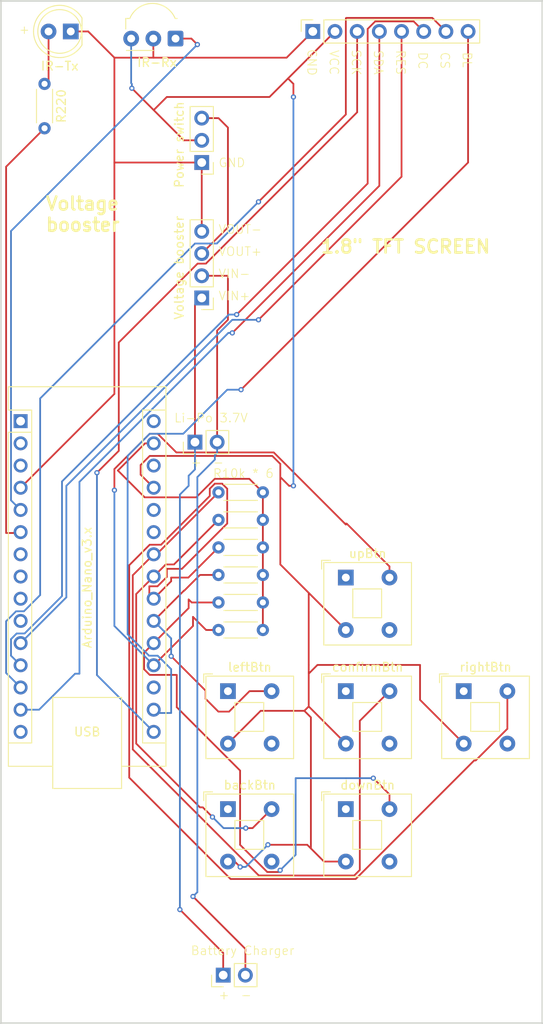
<source format=kicad_pcb>
(kicad_pcb (version 20240108) (generator "pcbnew") (generator_version "8.0")
  (layers (0 "F.Cu" signal) (31 "B.Cu" signal) (34 "B.Paste" user) (35 "F.Paste" user) (36 "B.SilkS" user "B.Silkscreen") (37 "F.SilkS" user "F.Silkscreen") (38 "B.Mask" user) (39 "F.Mask" user) (44 "Edge.Cuts" user))
  (net 0 "")
  (net 1 "Net-(BT1-+)")
  (net 2 "Net-(BT1--)")
  (net 3 "Net-(A1-D10)")
  (net 4 "Net-(A1-D13)")
  (net 5 "Net-(A1-D9)")
  (net 6 "Net-(D1-K)")
  (net 7 "Net-(A1-+5V)")
  (net 8 "Net-(A1-A5)")
  (net 9 "Net-(A1-A0)")
  (net 10 "Net-(A1-A2)")
  (net 11 "Net-(A1-3V3)")
  (net 12 "Net-(A1-A1)")
  (net 13 "Net-(A1-D3)")
  (net 14 "Net-(A1-D2)")
  (net 15 "Net-(A1-A3)")
  (net 16 "Net-(A1-D8)")
  (net 17 "Net-(A1-D11)")
  (net 18 "Net-(A1-A4)")
  (net 19 "Net-(D1-A)")
  (net 29 "Net-(A1-GND-Pad29)")
  (net 34 "Net-(J3-Pin_3)")
  (footprint "Resistor_THT:R_Axial_DIN0204_L3.6mm_D1.6mm_P5.08mm_Horizontal" (layer "F.Cu") (at 131.5 101.2 180)
    (property "Reference" "R4" (hide yes))
    (property "Value" "1K" (hide yes))
    (pad "1" thru_hole circle (at 0 0 180) (size 1.4 1.4) (drill 0.7) (layers "*.Cu" "*.Mask") (net 29 "Net-(A1-GND-Pad29)"))
    (pad "2" thru_hole oval (at 5.08 0 180) (size 1.4 1.4) (drill 0.7) (layers "*.Cu" "*.Mask") (net 10 "Net-(A1-A2)"))
  )
  (footprint "Resistor_THT:R_Axial_DIN0204_L3.6mm_D1.6mm_P5.08mm_Horizontal" (layer "F.Cu") (at 131.5 98.05 180)
    (property "Reference" "R5" (hide yes))
    (property "Value" "1K" (hide yes))
    (pad "1" thru_hole circle (at 0 0 180) (size 1.4 1.4) (drill 0.7) (layers "*.Cu" "*.Mask") (net 29 "Net-(A1-GND-Pad29)"))
    (pad "2" thru_hole oval (at 5.08 0 180) (size 1.4 1.4) (drill 0.7) (layers "*.Cu" "*.Mask") (net 15 "Net-(A1-A3)"))
  )
  (footprint "Resistor_THT:R_Axial_DIN0204_L3.6mm_D1.6mm_P5.08mm_Horizontal" (layer "F.Cu") (at 131.5 94.9 180)
    (property "Reference" "R6" (hide yes))
    (property "Value" "1K" (hide yes))
    (pad "1" thru_hole circle (at 0 0 180) (size 1.4 1.4) (drill 0.7) (layers "*.Cu" "*.Mask") (net 29 "Net-(A1-GND-Pad29)"))
    (pad "2" thru_hole oval (at 5.08 0 180) (size 1.4 1.4) (drill 0.7) (layers "*.Cu" "*.Mask") (net 18 "Net-(A1-A4)"))
  )
  (footprint "Resistor_THT:R_Axial_DIN0204_L3.6mm_D1.6mm_P5.08mm_Horizontal" (layer "F.Cu") (at 131.5 107.5 180)
    (property "Reference" "R2" (hide yes))
    (property "Value" "1K" (hide yes))
    (pad "1" thru_hole circle (at 0 0 180) (size 1.4 1.4) (drill 0.7) (layers "*.Cu" "*.Mask") (net 29 "Net-(A1-GND-Pad29)"))
    (pad "2" thru_hole oval (at 5.08 0 180) (size 1.4 1.4) (drill 0.7) (layers "*.Cu" "*.Mask") (net 9 "Net-(A1-A0)"))
  )
  (footprint "Connector_PinSocket_2.54mm:PinSocket_1x08_P2.54mm_Vertical" (layer "F.Cu") (at 137.22 39 90)
    (property "Reference" "J1" (hide yes))
    (property "Value" "1.8TFT-SCREEN" (hide yes))
    (pad "1" thru_hole rect (at 0 0 90) (size 1.7 1.7) (drill 1) (layers "*.Cu" "*.Mask") (net 6 "Net-(D1-K)"))
    (pad "2" thru_hole oval (at 0 2.54 90) (size 1.7 1.7) (drill 1) (layers "*.Cu" "*.Mask") (net 7 "Net-(A1-+5V)"))
    (pad "3" thru_hole oval (at 0 5.08 90) (size 1.7 1.7) (drill 1) (layers "*.Cu" "*.Mask") (net 4 "Net-(A1-D13)"))
    (pad "4" thru_hole oval (at 0 7.62 90) (size 1.7 1.7) (drill 1) (layers "*.Cu" "*.Mask") (net 17 "Net-(A1-D11)"))
    (pad "5" thru_hole oval (at 0 10.16 90) (size 1.7 1.7) (drill 1) (layers "*.Cu" "*.Mask") (net 16 "Net-(A1-D8)"))
    (pad "6" thru_hole oval (at 0 12.7 90) (size 1.7 1.7) (drill 1) (layers "*.Cu" "*.Mask") (net 5 "Net-(A1-D9)"))
    (pad "7" thru_hole oval (at 0 15.24 90) (size 1.7 1.7) (drill 1) (layers "*.Cu" "*.Mask") (net 3 "Net-(A1-D10)"))
    (pad "8" thru_hole oval (at 0 17.78 90) (size 1.7 1.7) (drill 1) (layers "*.Cu" "*.Mask") (net 11 "Net-(A1-3V3)"))
  )
  (footprint "Button_Switch_THT:SW_Push_2P1T_Toggle_CK_PVA1xxH2xxxxxxV2" (layer "F.Cu") (at 154.5 114.5)
    (property "Reference" "rightBtn" (at 2.5 -2.75 0) (layer "F.SilkS"))
    (property "Value" "rightBtn" (hide yes))
    (pad "1" thru_hole rect (at 0 0) (size 1.8 1.8) (drill 0.9) (layers "*.Cu" "*.Mask") (net 15 "Net-(A1-A3)"))
    (pad "2" thru_hole circle (at 5 0) (size 1.8 1.8) (drill 0.9) (layers "*.Cu" "*.Mask") (net 15 "Net-(A1-A3)"))
    (pad "3" thru_hole circle (at 0 6) (size 1.8 1.8) (drill 0.9) (layers "*.Cu" "*.Mask") (net 7 "Net-(A1-+5V)"))
    (pad "4" thru_hole circle (at 5 6) (size 1.8 1.8) (drill 0.9) (layers "*.Cu" "*.Mask") (net 7 "Net-(A1-+5V)"))
  )
  (footprint "Button_Switch_THT:SW_Push_2P1T_Toggle_CK_PVA1xxH2xxxxxxV2" (layer "F.Cu") (at 141 114.5)
    (property "Reference" "confirmBtn" (at 2.5 -2.75 0) (layer "F.SilkS"))
    (property "Value" "confirmBtn" (hide yes))
    (pad "1" thru_hole rect (at 0 0) (size 1.8 1.8) (drill 0.9) (layers "*.Cu" "*.Mask") (net 8 "Net-(A1-A5)"))
    (pad "2" thru_hole circle (at 5 0) (size 1.8 1.8) (drill 0.9) (layers "*.Cu" "*.Mask") (net 8 "Net-(A1-A5)"))
    (pad "3" thru_hole circle (at 0 6) (size 1.8 1.8) (drill 0.9) (layers "*.Cu" "*.Mask") (net 7 "Net-(A1-+5V)"))
    (pad "4" thru_hole circle (at 5 6) (size 1.8 1.8) (drill 0.9) (layers "*.Cu" "*.Mask") (net 7 "Net-(A1-+5V)"))
  )
  (footprint "Connector_PinHeader_2.54mm:PinHeader_1x02_P2.54mm_Vertical" (layer "F.Cu") (at 126.96 147 90)
    (property "Reference" "J2" (hide yes))
    (property "Value" "Battery charger" (hide yes))
    (pad "1" thru_hole rect (at 0 0 90) (size 1.7 1.7) (drill 1) (layers "*.Cu" "*.Mask") (net 1 "Net-(BT1-+)"))
    (pad "2" thru_hole oval (at 0 2.54 90) (size 1.7 1.7) (drill 1) (layers "*.Cu" "*.Mask") (net 2 "Net-(BT1--)"))
  )
  (footprint "Button_Switch_THT:SW_Push_2P1T_Toggle_CK_PVA1xxH2xxxxxxV2" (layer "F.Cu") (at 141 128)
    (property "Reference" "downBtn" (at 2.5 -2.75 0) (layer "F.SilkS"))
    (property "Value" "downBtn" (hide yes))
    (pad "1" thru_hole rect (at 0 0) (size 1.8 1.8) (drill 0.9) (layers "*.Cu" "*.Mask") (net 12 "Net-(A1-A1)"))
    (pad "2" thru_hole circle (at 5 0) (size 1.8 1.8) (drill 0.9) (layers "*.Cu" "*.Mask") (net 12 "Net-(A1-A1)"))
    (pad "3" thru_hole circle (at 0 6) (size 1.8 1.8) (drill 0.9) (layers "*.Cu" "*.Mask") (net 7 "Net-(A1-+5V)"))
    (pad "4" thru_hole circle (at 5 6) (size 1.8 1.8) (drill 0.9) (layers "*.Cu" "*.Mask") (net 7 "Net-(A1-+5V)"))
  )
  (footprint "Button_Switch_THT:SW_Push_2P1T_Toggle_CK_PVA1xxH2xxxxxxV2" (layer "F.Cu") (at 141 101.5)
    (property "Reference" "upBtn" (at 2.5 -2.75 0) (layer "F.SilkS"))
    (property "Value" "upBtn" (hide yes))
    (pad "1" thru_hole rect (at 0 0) (size 1.8 1.8) (drill 0.9) (layers "*.Cu" "*.Mask") (net 9 "Net-(A1-A0)"))
    (pad "2" thru_hole circle (at 5 0) (size 1.8 1.8) (drill 0.9) (layers "*.Cu" "*.Mask") (net 9 "Net-(A1-A0)"))
    (pad "3" thru_hole circle (at 0 6) (size 1.8 1.8) (drill 0.9) (layers "*.Cu" "*.Mask") (net 7 "Net-(A1-+5V)"))
    (pad "4" thru_hole circle (at 5 6) (size 1.8 1.8) (drill 0.9) (layers "*.Cu" "*.Mask") (net 7 "Net-(A1-+5V)"))
  )
  (footprint "Resistor_THT:R_Axial_DIN0204_L3.6mm_D1.6mm_P5.08mm_Horizontal" (layer "F.Cu") (at 131.5 91.75 180)
    (property "Reference" "R7" (hide yes))
    (property "Value" "1K" (hide yes))
    (pad "1" thru_hole circle (at 0 0 180) (size 1.4 1.4) (drill 0.7) (layers "*.Cu" "*.Mask") (net 29 "Net-(A1-GND-Pad29)"))
    (pad "2" thru_hole oval (at 5.08 0 180) (size 1.4 1.4) (drill 0.7) (layers "*.Cu" "*.Mask") (net 8 "Net-(A1-A5)"))
  )
  (footprint "OptoDevice:Vishay_MOLD-3Pin" (layer "F.Cu") (at 121.5 39.815 180)
    (property "Reference" "U1" (hide yes))
    (property "Value" "IR-Rx" (hide yes))
    (pad "1" thru_hole roundrect (at 0 0 180) (size 1.8 1.8) (drill 0.9) (layers "*.Cu" "*.Mask") (roundrect_rratio 0.138) (net 14 "Net-(A1-D2)"))
    (pad "2" thru_hole circle (at 2.54 0 180) (size 1.8 1.8) (drill 0.9) (layers "*.Cu" "*.Mask") (net 6 "Net-(D1-K)"))
    (pad "3" thru_hole circle (at 5.08 0 180) (size 1.8 1.8) (drill 0.9) (layers "*.Cu" "*.Mask") (net 7 "Net-(A1-+5V)"))
  )
  (footprint "Module:Arduino_Nano" (layer "F.Cu") (at 103.76 83.6)
    (property "Reference" "A1" (hide yes))
    (property "Value" "Arduino_Nano_v3.x" (at 7.61 19.05 90) (layer "F.SilkS"))
    (fp_text user "USB" (at 7.62 35.56 0) (layer "F.SilkS"))
    (pad "1" thru_hole rect (at 0 0) (size 1.6 1.6) (drill 1) (layers "*.Cu" "*.Mask"))
    (pad "2" thru_hole oval (at 0 2.54) (size 1.6 1.6) (drill 1) (layers "*.Cu" "*.Mask"))
    (pad "3" thru_hole oval (at 0 5.08) (size 1.6 1.6) (drill 1) (layers "*.Cu" "*.Mask"))
    (pad "4" thru_hole oval (at 0 7.62) (size 1.6 1.6) (drill 1) (layers "*.Cu" "*.Mask") (net 6 "Net-(D1-K)"))
    (pad "5" thru_hole oval (at 0 10.16) (size 1.6 1.6) (drill 1) (layers "*.Cu" "*.Mask") (net 14 "Net-(A1-D2)"))
    (pad "6" thru_hole oval (at 0 12.7) (size 1.6 1.6) (drill 1) (layers "*.Cu" "*.Mask") (net 13 "Net-(A1-D3)"))
    (pad "7" thru_hole oval (at 0 15.24) (size 1.6 1.6) (drill 1) (layers "*.Cu" "*.Mask"))
    (pad "8" thru_hole oval (at 0 17.78) (size 1.6 1.6) (drill 1) (layers "*.Cu" "*.Mask"))
    (pad "9" thru_hole oval (at 0 20.32) (size 1.6 1.6) (drill 1) (layers "*.Cu" "*.Mask"))
    (pad "10" thru_hole oval (at 0 22.86) (size 1.6 1.6) (drill 1) (layers "*.Cu" "*.Mask"))
    (pad "11" thru_hole oval (at 0 25.4) (size 1.6 1.6) (drill 1) (layers "*.Cu" "*.Mask") (net 16 "Net-(A1-D8)"))
    (pad "12" thru_hole oval (at 0 27.94) (size 1.6 1.6) (drill 1) (layers "*.Cu" "*.Mask") (net 5 "Net-(A1-D9)"))
    (pad "13" thru_hole oval (at 0 30.48) (size 1.6 1.6) (drill 1) (layers "*.Cu" "*.Mask") (net 3 "Net-(A1-D10)"))
    (pad "14" thru_hole oval (at 0 33.02) (size 1.6 1.6) (drill 1) (layers "*.Cu" "*.Mask") (net 17 "Net-(A1-D11)"))
    (pad "15" thru_hole oval (at 0 35.56) (size 1.6 1.6) (drill 1) (layers "*.Cu" "*.Mask"))
    (pad "16" thru_hole oval (at 15.24 35.56) (size 1.6 1.6) (drill 1) (layers "*.Cu" "*.Mask") (net 4 "Net-(A1-D13)"))
    (pad "17" thru_hole oval (at 15.24 33.02) (size 1.6 1.6) (drill 1) (layers "*.Cu" "*.Mask") (net 11 "Net-(A1-3V3)"))
    (pad "18" thru_hole oval (at 15.24 30.48) (size 1.6 1.6) (drill 1) (layers "*.Cu" "*.Mask"))
    (pad "19" thru_hole oval (at 15.24 27.94) (size 1.6 1.6) (drill 1) (layers "*.Cu" "*.Mask") (net 9 "Net-(A1-A0)"))
    (pad "20" thru_hole oval (at 15.24 25.4) (size 1.6 1.6) (drill 1) (layers "*.Cu" "*.Mask") (net 12 "Net-(A1-A1)"))
    (pad "21" thru_hole oval (at 15.24 22.86) (size 1.6 1.6) (drill 1) (layers "*.Cu" "*.Mask") (net 10 "Net-(A1-A2)"))
    (pad "22" thru_hole oval (at 15.24 20.32) (size 1.6 1.6) (drill 1) (layers "*.Cu" "*.Mask") (net 15 "Net-(A1-A3)"))
    (pad "23" thru_hole oval (at 15.24 17.78) (size 1.6 1.6) (drill 1) (layers "*.Cu" "*.Mask") (net 18 "Net-(A1-A4)"))
    (pad "24" thru_hole oval (at 15.24 15.24) (size 1.6 1.6) (drill 1) (layers "*.Cu" "*.Mask") (net 8 "Net-(A1-A5)"))
    (pad "25" thru_hole oval (at 15.24 12.7) (size 1.6 1.6) (drill 1) (layers "*.Cu" "*.Mask"))
    (pad "26" thru_hole oval (at 15.24 10.16) (size 1.6 1.6) (drill 1) (layers "*.Cu" "*.Mask"))
    (pad "27" thru_hole oval (at 15.24 7.62) (size 1.6 1.6) (drill 1) (layers "*.Cu" "*.Mask") (net 7 "Net-(A1-+5V)"))
    (pad "28" thru_hole oval (at 15.24 5.08) (size 1.6 1.6) (drill 1) (layers "*.Cu" "*.Mask"))
    (pad "29" thru_hole oval (at 15.24 2.54) (size 1.6 1.6) (drill 1) (layers "*.Cu" "*.Mask") (net 29 "Net-(A1-GND-Pad29)"))
    (pad "30" thru_hole oval (at 15.24 0) (size 1.6 1.6) (drill 1) (layers "*.Cu" "*.Mask"))
  )
  (footprint "Resistor_THT:R_Axial_DIN0204_L3.6mm_D1.6mm_P5.08mm_Horizontal" (layer "F.Cu") (at 106.5 45 -90)
    (property "Reference" "R220" (at 2.54 -1.92 90) (layer "F.SilkS"))
    (property "Value" "220" (hide yes))
    (pad "1" thru_hole circle (at 0 0 270) (size 1.4 1.4) (drill 0.7) (layers "*.Cu" "*.Mask") (net 19 "Net-(D1-A)"))
    (pad "2" thru_hole oval (at 5.08 0 270) (size 1.4 1.4) (drill 0.7) (layers "*.Cu" "*.Mask") (net 13 "Net-(A1-D3)"))
  )
  (footprint "Button_Switch_THT:SW_Push_2P1T_Toggle_CK_PVA1xxH2xxxxxxV2" (layer "F.Cu") (at 127.5 114.5)
    (property "Reference" "leftBtn" (at 2.5 -2.74 0) (layer "F.SilkS"))
    (property "Value" "leftBtn" (hide yes))
    (pad "1" thru_hole rect (at 0 0) (size 1.8 1.8) (drill 0.9) (layers "*.Cu" "*.Mask") (net 10 "Net-(A1-A2)"))
    (pad "2" thru_hole circle (at 5 0) (size 1.8 1.8) (drill 0.9) (layers "*.Cu" "*.Mask") (net 10 "Net-(A1-A2)"))
    (pad "3" thru_hole circle (at 0 6) (size 1.8 1.8) (drill 0.9) (layers "*.Cu" "*.Mask") (net 7 "Net-(A1-+5V)"))
    (pad "4" thru_hole circle (at 5 6) (size 1.8 1.8) (drill 0.9) (layers "*.Cu" "*.Mask") (net 7 "Net-(A1-+5V)"))
  )
  (footprint "LED_THT:LED_D5.0mm_IRGrey" (layer "F.Cu") (at 109.5 39 180)
    (property "Reference" "IR-Tx" (at 1.27 -3.96 180) (layer "F.SilkS"))
    (property "Value" "IR-Tx" (hide yes))
    (pad "1" thru_hole rect (at 0 0 180) (size 1.8 1.8) (drill 0.9) (layers "*.Cu" "*.Mask") (net 6 "Net-(D1-K)"))
    (pad "2" thru_hole circle (at 2.54 0 180) (size 1.8 1.8) (drill 0.9) (layers "*.Cu" "*.Mask") (net 19 "Net-(D1-A)"))
  )
  (footprint "Resistor_THT:R_Axial_DIN0204_L3.6mm_D1.6mm_P5.08mm_Horizontal" (layer "F.Cu") (at 131.5 104.35 180)
    (property "Reference" "R3" (hide yes))
    (property "Value" "1K" (hide yes))
    (pad "1" thru_hole circle (at 0 0 180) (size 1.4 1.4) (drill 0.7) (layers "*.Cu" "*.Mask") (net 29 "Net-(A1-GND-Pad29)"))
    (pad "2" thru_hole oval (at 5.08 0 180) (size 1.4 1.4) (drill 0.7) (layers "*.Cu" "*.Mask") (net 12 "Net-(A1-A1)"))
  )
  (footprint "Connector_PinHeader_2.54mm:PinHeader_1x04_P2.54mm_Vertical" (layer "F.Cu") (at 124.5 69.5 180)
    (property "Reference" "J3" (hide yes))
    (property "Value" "Voltage booster" (at 2.58 3.46 90) (layer "F.SilkS"))
    (pad "1" thru_hole rect (at 0 0 180) (size 1.7 1.7) (drill 1) (layers "*.Cu" "*.Mask") (net 1 "Net-(BT1-+)"))
    (pad "2" thru_hole oval (at 0 2.54 180) (size 1.7 1.7) (drill 1) (layers "*.Cu" "*.Mask") (net 2 "Net-(BT1--)"))
    (pad "3" thru_hole oval (at 0 5.08 180) (size 1.7 1.7) (drill 1) (layers "*.Cu" "*.Mask") (net 34 "Net-(J3-Pin_3)"))
    (pad "4" thru_hole oval (at 0 7.62 180) (size 1.7 1.7) (drill 1) (layers "*.Cu" "*.Mask") (net 6 "Net-(D1-K)"))
  )
  (footprint "Connector_PinHeader_2.54mm:PinHeader_1x02_P2.54mm_Vertical" (layer "F.Cu") (at 123.725 86 90)
    (property "Reference" "BT1" (hide yes))
    (property "Value" "Li-Po-3.7V" (hide yes))
    (pad "1" thru_hole rect (at 0 0 90) (size 1.7 1.7) (drill 1) (layers "*.Cu" "*.Mask") (net 1 "Net-(BT1-+)"))
    (pad "2" thru_hole oval (at 0 2.54 90) (size 1.7 1.7) (drill 1) (layers "*.Cu" "*.Mask") (net 2 "Net-(BT1--)"))
  )
  (footprint "Connector_PinHeader_2.54mm:PinHeader_1x03_P2.54mm_Vertical" (layer "F.Cu") (at 124.5 54 180)
    (property "Reference" "J4" (hide yes))
    (property "Value" "Power switch" (at 2.58 2.04 90) (layer "F.SilkS"))
    (pad "1" thru_hole rect (at 0 0 180) (size 1.7 1.7) (drill 1) (layers "*.Cu" "*.Mask") (net 6 "Net-(D1-K)"))
    (pad "2" thru_hole oval (at 0 2.54 180) (size 1.7 1.7) (drill 1) (layers "*.Cu" "*.Mask") (net 7 "Net-(A1-+5V)"))
    (pad "3" thru_hole oval (at 0 5.08 180) (size 1.7 1.7) (drill 1) (layers "*.Cu" "*.Mask") (net 34 "Net-(J3-Pin_3)"))
  )
  (footprint "Button_Switch_THT:SW_Push_2P1T_Toggle_CK_PVA1xxH2xxxxxxV2" (layer "F.Cu") (at 127.5 128)
    (property "Reference" "backBtn" (at 2.5 -2.75 0) (layer "F.SilkS"))
    (property "Value" "backBtn" (hide yes))
    (pad "1" thru_hole rect (at 0 0) (size 1.8 1.8) (drill 0.9) (layers "*.Cu" "*.Mask") (net 18 "Net-(A1-A4)"))
    (pad "2" thru_hole circle (at 5 0) (size 1.8 1.8) (drill 0.9) (layers "*.Cu" "*.Mask") (net 18 "Net-(A1-A4)"))
    (pad "3" thru_hole circle (at 0 6) (size 1.8 1.8) (drill 0.9) (layers "*.Cu" "*.Mask") (net 7 "Net-(A1-+5V)"))
    (pad "4" thru_hole circle (at 5 6) (size 1.8 1.8) (drill 0.9) (layers "*.Cu" "*.Mask") (net 7 "Net-(A1-+5V)"))
  )
  (gr_rect (start 101.5 35.5) (end 163.5 152.5) (stroke (width 0.2)) (fill none) (layer "Edge.Cuts"))
  (gr_text "VIN+" (at 126.365 69.85 0) (layer "F.SilkS") (effects (font (size 1 1) (thickness 0.1)) (justify left bottom)))
  (gr_text "GND" (at 126.365 54.61 0) (layer "F.SilkS") (effects (font (size 1 1) (thickness 0.1)) (justify left bottom)))
  (gr_text "R10k * 6" (at 125.73 90.17 0) (layer "F.SilkS") (effects (font (size 1 1) (thickness 0.1)) (justify left bottom)))
  (gr_text "+" (at 123.19 88.9 0) (layer "F.SilkS") (effects (font (size 1 1) (thickness 0.1)) (justify left bottom)))
  (gr_text "SDA" (at 144.145 42.545 -90) (layer "F.SilkS") (effects (font (size 1 1) (thickness 0.1)) (justify bottom)))
  (gr_text "RES" (at 146.685 42.545 -90) (layer "F.SilkS") (effects (font (size 1 1) (thickness 0.1)) (justify bottom)))
  (gr_text "DC" (at 149.225 41.275 270) (layer "F.SilkS") (effects (font (size 1 1) (thickness 0.1)) (justify left bottom)))
  (gr_text "SCK" (at 141.605 42.545 -90) (layer "F.SilkS") (effects (font (size 1 1) (thickness 0.1)) (justify bottom)))
  (gr_text "CS" (at 151.765 41.275 270) (layer "F.SilkS") (effects (font (size 1 1) (thickness 0.1)) (justify left bottom)))
  (gr_text "IR-Rx" (at 119.38 42.545 0) (layer "F.SilkS") (effects (font (size 1 1))))
  (gr_text "-" (at 128.905 149.86 0) (layer "F.SilkS") (effects (font (size 1 1) (thickness 0.1)) (justify left bottom)))
  (gr_text "1.8{dblquote} TFT SCREEN" (at 138 64.5 0) (layer "F.SilkS") (effects (font (size 1.5 1.5) (thickness 0.3) (bold yes)) (justify left bottom)))
  (gr_text "VOUT-" (at 126.365 62.23 0) (layer "F.SilkS") (effects (font (size 1 1) (thickness 0.1)) (justify left bottom)))
  (gr_text "GND" (at 136.525 42.545 -90) (layer "F.SilkS") (effects (font (size 1 1) (thickness 0.1)) (justify bottom)))
  (gr_text "Battery Charger" (at 123.19 144.78 0) (layer "F.SilkS") (effects (font (size 1 1) (thickness 0.1)) (justify left bottom)))
  (gr_text "VOUT+" (at 126.365 64.77 0) (layer "F.SilkS") (effects (font (size 1 1) (thickness 0.1)) (justify left bottom)))
  (gr_text "Li-Po 3.7V" (at 121.285 83.82 0) (layer "F.SilkS") (effects (font (size 1 1) (thickness 0.1)) (justify left bottom)))
  (gr_text "VIN-\n" (at 126.365 67.31 0) (layer "F.SilkS") (effects (font (size 1 1) (thickness 0.1)) (justify left bottom)))
  (gr_text "-" (at 125.73 88.9 0) (layer "F.SilkS") (effects (font (size 1 1) (thickness 0.1)) (justify left bottom)))
  (gr_text "+" (at 103.505 39.37 0) (layer "F.SilkS") (effects (font (size 1 1) (thickness 0.1)) (justify left bottom)))
  (gr_text "+" (at 126.365 149.86 0) (layer "F.SilkS") (effects (font (size 1 1) (thickness 0.1)) (justify left bottom)))
  (gr_text "BL" (at 154.305 41.275 270) (layer "F.SilkS") (effects (font (size 1 1) (thickness 0.1)) (justify left bottom)))
  (gr_text "Voltage\nbooster\n" (at 106.5 62 0) (layer "F.SilkS") (effects (font (size 1.5 1.5) (thickness 0.3) (bold yes)) (justify left bottom)))
  (gr_text "VCC\n" (at 139.065 42.545 -90) (layer "F.SilkS") (effects (font (size 1 1) (thickness 0.1)) (justify bottom)))
  (segment (start 126.96 144.46) (end 122 139.5) (width 0.2) (layer "F.Cu") (net 1))
  (segment (start 123.725 70.275) (end 124.5 69.5) (width 0.2) (layer "F.Cu") (net 1))
  (segment (start 123.725 86) (end 123.725 70.275) (width 0.2) (layer "F.Cu") (net 1))
  (segment (start 126.96 147) (end 126.96 144.46) (width 0.2) (layer "F.Cu") (net 1))
  (via (at 122 139.5) (size 0.6) (drill 0.3) (layers "F.Cu" "B.Cu") (net 1))
  (segment (start 123.725 89.123529) (end 123.725 86) (width 0.2) (layer "B.Cu") (net 1))
  (segment (start 123 91) (end 123 89.848529) (width 0.2) (layer "B.Cu") (net 1))
  (segment (start 122 92) (end 123 91) (width 0.2) (layer "B.Cu") (net 1))
  (segment (start 122 139.5) (end 122 92) (width 0.2) (layer "B.Cu") (net 1))
  (segment (start 123 89.848529) (end 123.725 89.123529) (width 0.2) (layer "B.Cu") (net 1))
  (segment (start 127.46 66.96) (end 124.5 66.96) (width 0.2) (layer "F.Cu") (net 2))
  (segment (start 129.5 144) (end 123.5 138) (width 0.2) (layer "F.Cu") (net 2))
  (segment (start 126.265 86) (end 126.265 73.235) (width 0.2) (layer "F.Cu") (net 2))
  (segment (start 126.265 73.235) (end 127.5 72) (width 0.2) (layer "F.Cu") (net 2))
  (segment (start 127.5 67) (end 127.46 66.96) (width 0.2) (layer "F.Cu") (net 2))
  (segment (start 127.5 72) (end 127.5 67) (width 0.2) (layer "F.Cu") (net 2))
  (segment (start 129.5 147) (end 129.5 144) (width 0.2) (layer "F.Cu") (net 2))
  (via (at 123.5 138) (size 0.6) (drill 0.3) (layers "F.Cu" "B.Cu") (net 2))
  (segment (start 126 87.5) (end 126.265 87.235) (width 0.2) (layer "B.Cu") (net 2))
  (segment (start 126 88) (end 126 87.5) (width 0.2) (layer "B.Cu") (net 2))
  (segment (start 126.265 87.235) (end 126.265 86) (width 0.2) (layer "B.Cu") (net 2))
  (segment (start 124 90) (end 126 88) (width 0.2) (layer "B.Cu") (net 2))
  (segment (start 123.5 138) (end 124 137.5) (width 0.2) (layer "B.Cu") (net 2))
  (segment (start 124 137.5) (end 124 90) (width 0.2) (layer "B.Cu") (net 2))
  (segment (start 141 37.5) (end 141 48.5) (width 0.2) (layer "F.Cu") (net 3))
  (segment (start 141.05 37.45) (end 141 37.5) (width 0.2) (layer "F.Cu") (net 3))
  (segment (start 141 48.5) (end 131 58.5) (width 0.2) (layer "F.Cu") (net 3))
  (segment (start 152.46 39) (end 150.91 37.45) (width 0.2) (layer "F.Cu") (net 3))
  (segment (start 150.91 37.45) (end 141.05 37.45) (width 0.2) (layer "F.Cu") (net 3))
  (via (at 131 58.5) (size 0.6) (drill 0.3) (layers "F.Cu" "B.Cu") (net 3))
  (segment (start 123.73 63.27) (end 106 81) (width 0.2) (layer "B.Cu") (net 3))
  (segment (start 106 81) (end 106 103.5) (width 0.2) (layer "B.Cu") (net 3))
  (segment (start 104.14 105.36) (end 103.24 105.36) (width 0.2) (layer "B.Cu") (net 3))
  (segment (start 102.1 106.5) (end 102.1 112.42) (width 0.2) (layer "B.Cu") (net 3))
  (segment (start 131 58.5) (end 126.23 63.27) (width 0.2) (layer "B.Cu") (net 3))
  (segment (start 126.23 63.27) (end 123.73 63.27) (width 0.2) (layer "B.Cu") (net 3))
  (segment (start 102.1 112.42) (end 103.76 114.08) (width 0.2) (layer "B.Cu") (net 3))
  (segment (start 103.24 105.36) (end 102.1 106.5) (width 0.2) (layer "B.Cu") (net 3))
  (segment (start 106 103.5) (end 104.14 105.36) (width 0.2) (layer "B.Cu") (net 3))
  (segment (start 115 74.593654) (end 115 87) (width 0.2) (layer "F.Cu") (net 4))
  (segment (start 115 87) (end 112.5 89.5) (width 0.2) (layer "F.Cu") (net 4))
  (segment (start 142.3 39) (end 142.3 48.246346) (width 0.2) (layer "F.Cu") (net 4))
  (segment (start 124.023654 65.57) (end 115 74.593654) (width 0.2) (layer "F.Cu") (net 4))
  (segment (start 142.3 48.246346) (end 124.976346 65.57) (width 0.2) (layer "F.Cu") (net 4))
  (segment (start 124.976346 65.57) (end 124.023654 65.57) (width 0.2) (layer "F.Cu") (net 4))
  (via (at 112.5 89.5) (size 0.6) (drill 0.3) (layers "F.Cu" "B.Cu") (net 4))
  (segment (start 112.5 112.66) (end 119 119.16) (width 0.2) (layer "B.Cu") (net 4))
  (segment (start 112.5 89.5) (end 112.5 112.66) (width 0.2) (layer "B.Cu") (net 4))
  (segment (start 143.5 38.713654) (end 143.5 56.4) (width 0.2) (layer "F.Cu") (net 5))
  (segment (start 148.77 37.85) (end 144.363654 37.85) (width 0.2) (layer "F.Cu") (net 5))
  (segment (start 144.363654 37.85) (end 143.5 38.713654) (width 0.2) (layer "F.Cu") (net 5))
  (segment (start 143.5 56.4) (end 128.5 71.4) (width 0.2) (layer "F.Cu") (net 5))
  (segment (start 149.92 39) (end 148.77 37.85) (width 0.2) (layer "F.Cu") (net 5))
  (via (at 128.5 71.4) (size 0.6) (drill 0.3) (layers "F.Cu" "B.Cu") (net 5))
  (segment (start 104.215635 107.9) (end 103.304365 107.9) (width 0.2) (layer "B.Cu") (net 5))
  (segment (start 108.5 90.5) (end 108.5 103.615635) (width 0.2) (layer "B.Cu") (net 5))
  (segment (start 127.6 71.4) (end 108.5 90.5) (width 0.2) (layer "B.Cu") (net 5))
  (segment (start 128.5 71.4) (end 127.6 71.4) (width 0.2) (layer "B.Cu") (net 5))
  (segment (start 108.5 103.615635) (end 104.215635 107.9) (width 0.2) (layer "B.Cu") (net 5))
  (segment (start 102.66 108.544365) (end 102.66 110.44) (width 0.2) (layer "B.Cu") (net 5))
  (segment (start 102.66 110.44) (end 103.76 111.54) (width 0.2) (layer "B.Cu") (net 5))
  (segment (start 103.304365 107.9) (end 102.66 108.544365) (width 0.2) (layer "B.Cu") (net 5))
  (segment (start 114.5 42) (end 114.5 54) (width 0.2) (layer "F.Cu") (net 6))
  (segment (start 119 42) (end 116.46 42) (width 0.2) (layer "F.Cu") (net 6))
  (segment (start 118.96 39.815) (end 118.96 41.96) (width 0.2) (layer "F.Cu") (net 6))
  (segment (start 118.96 41.96) (end 119 42) (width 0.2) (layer "F.Cu") (net 6))
  (segment (start 116.46 42) (end 114.5 42) (width 0.2) (layer "F.Cu") (net 6))
  (segment (start 124.5 54) (end 124.5 61.88) (width 0.2) (layer "F.Cu") (net 6))
  (segment (start 137.22 39) (end 134.22 42) (width 0.2) (layer "F.Cu") (net 6))
  (segment (start 111.5 39) (end 114.5 42) (width 0.2) (layer "F.Cu") (net 6))
  (segment (start 114.5 54) (end 114.5 80.48) (width 0.2) (layer "F.Cu") (net 6))
  (segment (start 109.5 39) (end 111.5 39) (width 0.2) (layer "F.Cu") (net 6))
  (segment (start 114.5 80.48) (end 105.74 89.24) (width 0.2) (layer "F.Cu") (net 6))
  (segment (start 124.5 54) (end 114.5 54) (width 0.2) (layer "F.Cu") (net 6))
  (segment (start 134.22 42) (end 119 42) (width 0.2) (layer "F.Cu") (net 6))
  (segment (start 105.74 89.24) (end 103.76 91.22) (width 0.2) (layer "F.Cu") (net 6))
  (segment (start 136.75 111.5) (end 136.75 103.25) (width 0.2) (layer "F.Cu") (net 7))
  (segment (start 132.26 46.5) (end 120.5 46.5) (width 0.2) (layer "F.Cu") (net 7))
  (segment (start 136.75 112.5) (end 136.75 111.5) (width 0.2) (layer "F.Cu") (net 7))
  (segment (start 136.25 116.75) (end 136.75 116.25) (width 0.2) (layer "F.Cu") (net 7))
  (segment (start 122.46 51.46) (end 119 48) (width 0.2) (layer "F.Cu") (net 7))
  (segment (start 118.544365 87.58) (end 117.5 88.624365) (width 0.2) (layer "F.Cu") (net 7))
  (segment (start 136.58 132.08) (end 137 132.5) (width 0.2) (layer "F.Cu") (net 7))
  (segment (start 127.5 134) (end 128.285 134) (width 0.2) (layer "F.Cu") (net 7))
  (segment (start 141 134) (end 138.5 134) (width 0.2) (layer "F.Cu") (net 7))
  (segment (start 149.5 115.5) (end 149.5 111.5) (width 0.2) (layer "F.Cu") (net 7))
  (segment (start 149.5 111.5) (end 137.75 111.5) (width 0.2) (layer "F.Cu") (net 7))
  (segment (start 137.75 111.5) (end 136.75 112.5) (width 0.2) (layer "F.Cu") (net 7))
  (segment (start 133.5 90) (end 134.5 91) (width 0.2) (layer "F.Cu") (net 7))
  (segment (start 120.5 46.5) (end 119 48) (width 0.2) (layer "F.Cu") (net 7))
  (segment (start 132.08 132.08) (end 136.58 132.08) (width 0.2) (layer "F.Cu") (net 7))
  (segment (start 141 120.5) (end 136.75 116.25) (width 0.2) (layer "F.Cu") (net 7))
  (segment (start 133.5 100) (end 133.5 90) (width 0.2) (layer "F.Cu") (net 7))
  (segment (start 138.5 134) (end 137 132.5) (width 0.2) (layer "F.Cu") (net 7))
  (segment (start 133.5 90) (end 133.5 88.5) (width 0.2) (layer "F.Cu") (net 7))
  (segment (start 134.38 44.38) (end 132.26 46.5) (width 0.2) (layer "F.Cu") (net 7))
  (segment (start 136.25 116.75) (end 131.25 116.75) (width 0.2) (layer "F.Cu") (net 7))
  (segment (start 132.58 87.58) (end 118.544365 87.58) (width 0.2) (layer "F.Cu") (net 7))
  (segment (start 136.75 103.25) (end 133.5 100) (width 0.2) (layer "F.Cu") (net 7))
  (segment (start 131.25 116.75) (end 127.5 120.5) (width 0.2) (layer "F.Cu") (net 7))
  (segment (start 128.285 134) (end 128.905 134.62) (width 0.2) (layer "F.Cu") (net 7))
  (segment (start 135 46.5) (end 135 45) (width 0.2) (layer "F.Cu") (net 7))
  (segment (start 119 48) (end 116.5 45.5) (width 0.2) (layer "F.Cu") (net 7))
  (segment (start 137 132.5) (end 137 117.5) (width 0.2) (layer "F.Cu") (net 7))
  (segment (start 117.5 89.72) (end 119 91.22) (width 0.2) (layer "F.Cu") (net 7))
  (segment (start 124.5 51.46) (end 122.46 51.46) (width 0.2) (layer "F.Cu") (net 7))
  (segment (start 139.76 39) (end 134.38 44.38) (width 0.2) (layer "F.Cu") (net 7))
  (segment (start 137 117.5) (end 136.25 116.75) (width 0.2) (layer "F.Cu") (net 7))
  (segment (start 141 107.5) (end 136.75 103.25) (width 0.2) (layer "F.Cu") (net 7))
  (segment (start 117.5 88.624365) (end 117.5 89.72) (width 0.2) (layer "F.Cu") (net 7))
  (segment (start 136.75 116.25) (end 136.75 112.5) (width 0.2) (layer "F.Cu") (net 7))
  (segment (start 135 45) (end 134.38 44.38) (width 0.2) (layer "F.Cu") (net 7))
  (segment (start 154.5 120.5) (end 149.5 115.5) (width 0.2) (layer "F.Cu") (net 7))
  (segment (start 133.5 88.5) (end 132.58 87.58) (width 0.2) (layer "F.Cu") (net 7))
  (segment (start 134.5 91) (end 135 91) (width 0.2) (layer "F.Cu") (net 7))
  (via (at 132.08 132.08) (size 0.6) (drill 0.3) (layers "F.Cu" "B.Cu") (net 7))
  (via (at 135 91) (size 0.6) (drill 0.3) (layers "F.Cu" "B.Cu") (net 7))
  (via (at 128.905 134.62) (size 0.6) (drill 0.3) (layers "F.Cu" "B.Cu") (net 7))
  (via (at 135 46.5) (size 0.6) (drill 0.3) (layers "F.Cu" "B.Cu") (net 7))
  (via (at 116.5 45.5) (size 0.6) (drill 0.3) (layers "F.Cu" "B.Cu") (net 7))
  (segment (start 128.905 134.62) (end 129.54 134.62) (width 0.2) (layer "B.Cu") (net 7))
  (segment (start 116.5 45) (end 116.42 44.92) (width 0.2) (layer "B.Cu") (net 7))
  (segment (start 129.54 134.62) (end 132.08 132.08) (width 0.2) (layer "B.Cu") (net 7))
  (segment (start 135 91) (end 135 46.5) (width 0.2) (layer "B.Cu") (net 7))
  (segment (start 116.42 44.92) (end 116.42 39.815) (width 0.2) (layer "B.Cu") (net 7))
  (segment (start 116.5 45.5) (end 116.5 45) (width 0.2) (layer "B.Cu") (net 7))
  (segment (start 142.6 134.965686) (end 142.6 117.9) (width 0.2) (layer "F.Cu") (net 8))
  (segment (start 141.965686 135.6) (end 131.034314 135.6) (width 0.2) (layer "F.Cu") (net 8))
  (segment (start 131.034314 135.6) (end 116.6 121.165686) (width 0.2) (layer "F.Cu") (net 8))
  (segment (start 126.42 91.75) (end 119.33 98.84) (width 0.2) (layer "F.Cu") (net 8))
  (segment (start 119.33 98.84) (end 119 98.84) (width 0.2) (layer "F.Cu") (net 8))
  (segment (start 142.6 134.965686) (end 141.965686 135.6) (width 0.2) (layer "F.Cu") (net 8))
  (segment (start 116.6 121.165686) (end 116.6 101.24) (width 0.2) (layer "F.Cu") (net 8))
  (segment (start 116.6 101.24) (end 119 98.84) (width 0.2) (layer "F.Cu") (net 8))
  (segment (start 142.6 117.9) (end 146 114.5) (width 0.2) (layer "F.Cu") (net 8))
  (segment (start 141 95.434314) (end 140.892843 95.327157) (width 0.2) (layer "F.Cu") (net 9))
  (segment (start 123.5 106) (end 123.5 107.04) (width 0.2) (layer "F.Cu") (net 9))
  (segment (start 125 107.5) (end 123.5 106) (width 0.2) (layer "F.Cu") (net 9))
  (segment (start 141.099949 95.327157) (end 140.892843 95.327157) (width 0.2) (layer "F.Cu") (net 9))
  (segment (start 132.745686 87.18) (end 121.595635 87.18) (width 0.2) (layer "F.Cu") (net 9))
  (segment (start 118.544365 85.04) (end 114.5 89.084365) (width 0.2) (layer "F.Cu") (net 9))
  (segment (start 114.5 89.084365) (end 114.5 91.5) (width 0.2) (layer "F.Cu") (net 9))
  (segment (start 123.5 107.04) (end 119 111.54) (width 0.2) (layer "F.Cu") (net 9))
  (segment (start 119.455635 85.04) (end 118.544365 85.04) (width 0.2) (layer "F.Cu") (net 9))
  (segment (start 126.42 107.5) (end 125 107.5) (width 0.2) (layer "F.Cu") (net 9))
  (segment (start 146 101.5) (end 146 100.227208) (width 0.2) (layer "F.Cu") (net 9))
  (segment (start 121.595635 87.18) (end 119.455635 85.04) (width 0.2) (layer "F.Cu") (net 9))
  (segment (start 146 100.227208) (end 141.099949 95.327157) (width 0.2) (layer "F.Cu") (net 9))
  (segment (start 140.892843 95.327157) (end 132.745686 87.18) (width 0.2) (layer "F.Cu") (net 9))
  (via (at 114.5 91.5) (size 0.6) (drill 0.3) (layers "F.Cu" "B.Cu") (net 9))
  (segment (start 114.5 107.04) (end 119 111.54) (width 0.2) (layer "B.Cu") (net 9))
  (segment (start 114.5 91.5) (end 114.5 107.04) (width 0.2) (layer "B.Cu") (net 9))
  (segment (start 124.9475 115.381813) (end 124.9475 114.4475) (width 0.2) (layer "F.Cu") (net 10))
  (segment (start 126.405687 116.84) (end 124.9475 115.381813) (width 0.2) (layer "F.Cu") (net 10))
  (segment (start 132.5 114.5) (end 129.975 114.5) (width 0.2) (layer "F.Cu") (net 10))
  (segment (start 124.9475 114.4475) (end 121 110.5) (width 0.2) (layer "F.Cu") (net 10))
  (segment (start 122.46 103) (end 119 106.46) (width 0.2) (layer "F.Cu") (net 10))
  (segment (start 122.5 103) (end 122.46 103) (width 0.2) (layer "F.Cu") (net 10))
  (segment (start 124.3 101.2) (end 122.5 103) (width 0.2) (layer "F.Cu") (net 10))
  (segment (start 126.42 101.2) (end 124.3 101.2) (width 0.2) (layer "F.Cu") (net 10))
  (segment (start 129.975 114.5) (end 127.635 116.84) (width 0.2) (layer "F.Cu") (net 10))
  (segment (start 127.635 116.84) (end 126.405687 116.84) (width 0.2) (layer "F.Cu") (net 10))
  (via (at 121 110.5) (size 0.6) (drill 0.3) (layers "F.Cu" "B.Cu") (net 10))
  (segment (start 121 110.5) (end 121 108.46) (width 0.2) (layer "B.Cu") (net 10))
  (segment (start 121 108.46) (end 119 106.46) (width 0.2) (layer "B.Cu") (net 10))
  (segment (start 155 54) (end 129 80) (width 0.2) (layer "F.Cu") (net 11))
  (segment (start 155 39) (end 155 54) (width 0.2) (layer "F.Cu") (net 11))
  (via (at 129 80) (size 0.6) (drill 0.3) (layers "F.Cu" "B.Cu") (net 11))
  (segment (start 129 80) (end 127.425 80) (width 0.2) (layer "B.Cu") (net 11))
  (segment (start 121 111.984365) (end 121 117) (width 0.2) (layer "B.Cu") (net 11))
  (segment (start 118.465686 110.44) (end 119.455635 110.44) (width 0.2) (layer "B.Cu") (net 11))
  (segment (start 127.425 80) (end 122.385 85.04) (width 0.2) (layer "B.Cu") (net 11))
  (segment (start 119.38 117) (end 119 116.62) (width 0.2) (layer "B.Cu") (net 11))
  (segment (start 116.012843 87.571522) (end 116.012843 107.987157) (width 0.2) (layer "B.Cu") (net 11))
  (segment (start 119.455635 110.44) (end 121 111.984365) (width 0.2) (layer "B.Cu") (net 11))
  (segment (start 122.385 85.04) (end 118.544365 85.04) (width 0.2) (layer "B.Cu") (net 11))
  (segment (start 121 117) (end 119.38 117) (width 0.2) (layer "B.Cu") (net 11))
  (segment (start 118.544365 85.04) (end 116.012843 87.571522) (width 0.2) (layer "B.Cu") (net 11))
  (segment (start 116.012843 107.987157) (end 118.465686 110.44) (width 0.2) (layer "B.Cu") (net 11))
  (segment (start 133.479795 135) (end 133.279795 135.2) (width 0.2) (layer "F.Cu") (net 12))
  (segment (start 118.544365 112.64) (end 117.9 111.995635) (width 0.2) (layer "F.Cu") (net 12))
  (segment (start 146 126.315) (end 144.145 124.46) (width 0.2) (layer "F.Cu") (net 12))
  (segment (start 126.42 104.35) (end 123.35 104.35) (width 0.2) (layer "F.Cu") (net 12))
  (segment (start 146 128) (end 146 126.315) (width 0.2) (layer "F.Cu") (net 12))
  (segment (start 117.9 110.1) (end 119 109) (width 0.2) (layer "F.Cu") (net 12))
  (segment (start 128.893971 132.091029) (end 128.893971 123.591028) (width 0.2) (layer "F.Cu") (net 12))
  (segment (start 123.35 104.35) (end 123 104) (width 0.2) (layer "F.Cu") (net 12))
  (segment (start 123 105) (end 119 109) (width 0.2) (layer "F.Cu") (net 12))
  (segment (start 117.9 111.995635) (end 117.9 110.1) (width 0.2) (layer "F.Cu") (net 12))
  (segment (start 123 104) (end 123 105) (width 0.2) (layer "F.Cu") (net 12))
  (segment (start 133.279795 135.2) (end 132.002943 135.2) (width 0.2) (layer "F.Cu") (net 12))
  (segment (start 132.002943 135.2) (end 128.893971 132.091029) (width 0.2) (layer "F.Cu") (net 12))
  (segment (start 121.640001 112.64) (end 118.544365 112.64) (width 0.2) (layer "F.Cu") (net 12))
  (segment (start 121.640001 116.337058) (end 121.640001 112.64) (width 0.2) (layer "F.Cu") (net 12))
  (segment (start 128.893971 123.591028) (end 121.640001 116.337058) (width 0.2) (layer "F.Cu") (net 12))
  (via (at 133.479795 135) (size 0.6) (drill 0.3) (layers "F.Cu" "B.Cu") (net 12))
  (via (at 144.145 124.46) (size 0.6) (drill 0.3) (layers "F.Cu" "B.Cu") (net 12))
  (segment (start 135.255 133.224795) (end 133.479795 135) (width 0.2) (layer "B.Cu") (net 12))
  (segment (start 144.145 124.46) (end 135.255 124.46) (width 0.2) (layer "B.Cu") (net 12))
  (segment (start 135.255 124.46) (end 135.255 133.224795) (width 0.2) (layer "B.Cu") (net 12))
  (segment (start 102.1 96.4) (end 103.66 96.4) (width 0.2) (layer "F.Cu") (net 13))
  (segment (start 103.66 96.4) (end 103.76 96.3) (width 0.2) (layer "F.Cu") (net 13))
  (segment (start 106.5 50.08) (end 102.1 54.48) (width 0.2) (layer "F.Cu") (net 13))
  (segment (start 102.1 54.48) (end 102.1 96.4) (width 0.2) (layer "F.Cu") (net 13))
  (segment (start 121.5 39.815) (end 123.315 39.815) (width 0.2) (layer "F.Cu") (net 14))
  (segment (start 123.315 39.815) (end 124 40.5) (width 0.2) (layer "F.Cu") (net 14))
  (via (at 124 40.5) (size 0.6) (drill 0.3) (layers "F.Cu" "B.Cu") (net 14))
  (segment (start 102.66 92.66) (end 103.76 93.76) (width 0.2) (layer "B.Cu") (net 14))
  (segment (start 102.66 61.84) (end 102.66 92.66) (width 0.2) (layer "B.Cu") (net 14))
  (segment (start 124 40.5) (end 102.66 61.84) (width 0.2) (layer "B.Cu") (net 14))
  (segment (start 125.42 91.335786) (end 126.005786 90.75) (width 0.2) (layer "F.Cu") (net 15))
  (segment (start 119.844214 97.74) (end 125.42 92.164214) (width 0.2) (layer "F.Cu") (net 15))
  (segment (start 121 101.5) (end 121 101.92) (width 0.2) (layer "F.Cu") (net 15))
  (segment (start 119.435635 102.5) (end 118.5 102.5) (width 0.2) (layer "F.Cu") (net 15))
  (segment (start 127.42 91.335786) (end 127.42 95.314214) (width 0.2) (layer "F.Cu") (net 15))
  (segment (start 122.97 101.5) (end 121 101.5) (width 0.2) (layer "F.Cu") (net 15))
  (segment (start 121 101.92) (end 119 103.92) (width 0.2) (layer "F.Cu") (net 15))
  (segment (start 118.5 103.42) (end 119 103.92) (width 0.2) (layer "F.Cu") (net 15))
  (segment (start 116.2 124.397057) (end 116.2 100.084365) (width 0.2) (layer "F.Cu") (net 15))
  (segment (start 127.802943 136) (end 116.2 124.397057) (width 0.2) (layer "F.Cu") (net 15))
  (segment (start 155.871571 122.431372) (end 159.5 118.802943) (width 0.2) (layer "F.Cu") (net 15))
  (segment (start 118.544365 97.74) (end 119.844214 97.74) (width 0.2) (layer "F.Cu") (net 15))
  (segment (start 126.834214 90.75) (end 127.42 91.335786) (width 0.2) (layer "F.Cu") (net 15))
  (segment (start 125.42 92.164214) (end 125.42 91.335786) (width 0.2) (layer "F.Cu") (net 15))
  (segment (start 127.42 95.314214) (end 122.234214 100.5) (width 0.2) (layer "F.Cu") (net 15))
  (segment (start 120.5 100.5) (end 120.5 101.435635) (width 0.2) (layer "F.Cu") (net 15))
  (segment (start 155.7 122.431372) (end 142.131372 136) (width 0.2) (layer "F.Cu") (net 15))
  (segment (start 120.5 101.435635) (end 119.435635 102.5) (width 0.2) (layer "F.Cu") (net 15))
  (segment (start 142.131372 136) (end 127.802943 136) (width 0.2) (layer "F.Cu") (net 15))
  (segment (start 155.7 122.431372) (end 155.871571 122.431372) (width 0.2) (layer "F.Cu") (net 15))
  (segment (start 118.5 102.5) (end 118.5 103.42) (width 0.2) (layer "F.Cu") (net 15))
  (segment (start 159.5 118.802943) (end 159.5 114.5) (width 0.2) (layer "F.Cu") (net 15))
  (segment (start 116.2 100.084365) (end 118.544365 97.74) (width 0.2) (layer "F.Cu") (net 15))
  (segment (start 122.234214 100.5) (end 120.5 100.5) (width 0.2) (layer "F.Cu") (net 15))
  (segment (start 126.42 98.05) (end 122.97 101.5) (width 0.2) (layer "F.Cu") (net 15))
  (segment (start 126.005786 90.75) (end 126.834214 90.75) (width 0.2) (layer "F.Cu") (net 15))
  (segment (start 147.38 55.62) (end 131 72) (width 0.2) (layer "F.Cu") (net 16))
  (segment (start 147.38 39) (end 147.38 55.62) (width 0.2) (layer "F.Cu") (net 16))
  (via (at 131 72) (size 0.6) (drill 0.3) (layers "F.Cu" "B.Cu") (net 16))
  (segment (start 131 72) (end 128 72) (width 0.2) (layer "B.Cu") (net 16))
  (segment (start 109 103.76) (end 103.76 109) (width 0.2) (layer "B.Cu") (net 16))
  (segment (start 109 91) (end 109 103.76) (width 0.2) (layer "B.Cu") (net 16))
  (segment (start 128 72) (end 109 91) (width 0.2) (layer "B.Cu") (net 16))
  (segment (start 144.84 56.66) (end 128 73.5) (width 0.2) (layer "F.Cu") (net 17))
  (segment (start 144.84 39) (end 144.84 56.66) (width 0.2) (layer "F.Cu") (net 17))
  (via (at 128 73.5) (size 0.6) (drill 0.3) (layers "F.Cu" "B.Cu") (net 17))
  (segment (start 110.5 90.544365) (end 110.5 112.5) (width 0.2) (layer "B.Cu") (net 17))
  (segment (start 127.544365 73.5) (end 110.5 90.544365) (width 0.2) (layer "B.Cu") (net 17))
  (segment (start 105.88 116.62) (end 103.76 116.62) (width 0.2) (layer "B.Cu") (net 17))
  (segment (start 110.5 112.5) (end 110 112.5) (width 0.2) (layer "B.Cu") (net 17))
  (segment (start 128 73.5) (end 127.544365 73.5) (width 0.2) (layer "B.Cu") (net 17))
  (segment (start 110 112.5) (end 105.88 116.62) (width 0.2) (layer "B.Cu") (net 17))
  (segment (start 125.73 128.905) (end 124.6225 127.7975) (width 0.2) (layer "F.Cu") (net 18))
  (segment (start 124.2975 127.7975) (end 117 120.5) (width 0.2) (layer "F.Cu") (net 18))
  (segment (start 130.325 130.175) (end 129.54 130.175) (width 0.2) (layer "F.Cu") (net 18))
  (segment (start 132.5 128) (end 130.325 130.175) (width 0.2) (layer "F.Cu") (net 18))
  (segment (start 124.6225 127.7975) (end 124.2975 127.7975) (width 0.2) (layer "F.Cu") (net 18))
  (segment (start 126.42 94.9) (end 121.32 100) (width 0.2) (layer "F.Cu") (net 18))
  (segment (start 120.38 100) (end 119 101.38) (width 0.2) (layer "F.Cu") (net 18))
  (segment (start 121.32 100) (end 120.38 100) (width 0.2) (layer "F.Cu") (net 18))
  (segment (start 117 120.5) (end 117 103.38) (width 0.2) (layer "F.Cu") (net 18))
  (segment (start 117 103.38) (end 119 101.38) (width 0.2) (layer "F.Cu") (net 18))
  (via (at 125.73 128.905) (size 0.6) (drill 0.3) (layers "F.Cu" "B.Cu") (net 18))
  (via (at 129.54 130.175) (size 0.6) (drill 0.3) (layers "F.Cu" "B.Cu") (net 18))
  (segment (start 129.54 130.175) (end 127 130.175) (width 0.2) (layer "B.Cu") (net 18))
  (segment (start 127 130.175) (end 125.73 128.905) (width 0.2) (layer "B.Cu") (net 18))
  (segment (start 106.96 44.54) (end 106.5 45) (width 0.2) (layer "F.Cu") (net 19))
  (segment (start 106.96 39) (end 106.96 44.54) (width 0.2) (layer "F.Cu") (net 19))
  (segment (start 125.990101 90.2) (end 129.95 90.2) (width 0.2) (layer "F.Cu") (net 29))
  (segment (start 131.5 98.05) (end 131.5 101.2) (width 0.2) (layer "F.Cu") (net 29))
  (segment (start 129.95 90.2) (end 131.5 91.75) (width 0.2) (layer "F.Cu") (net 29))
  (segment (start 118.010051 86.14) (end 114.9 89.250051) (width 0.2) (layer "F.Cu") (net 29))
  (segment (start 131.5 91.75) (end 131.5 94.9) (width 0.2) (layer "F.Cu") (net 29))
  (segment (start 131.5 94.9) (end 131.5 98.05) (width 0.2) (layer "F.Cu") (net 29))
  (segment (start 123.870101 92.32) (end 125.990101 90.2) (width 0.2) (layer "F.Cu") (net 29))
  (segment (start 131.5 101.2) (end 131.5 104.35) (width 0.2) (layer "F.Cu") (net 29))
  (segment (start 117.969949 92.32) (end 123.870101 92.32) (width 0.2) (layer "F.Cu") (net 29))
  (segment (start 131.5 104.35) (end 131.5 107.5) (width 0.2) (layer "F.Cu") (net 29))
  (segment (start 114.9 89.250051) (end 117.969949 92.32) (width 0.2) (layer "F.Cu") (net 29))
  (segment (start 119 86.14) (end 118.010051 86.14) (width 0.2) (layer "F.Cu") (net 29))
  (segment (start 126.42 48.92) (end 124.5 48.92) (width 0.2) (layer "F.Cu") (net 34))
  (segment (start 127.5 61.42) (end 127.5 50) (width 0.2) (layer "F.Cu") (net 34))
  (segment (start 124.5 64.42) (end 127.5 61.42) (width 0.2) (layer "F.Cu") (net 34))
  (segment (start 127.5 50) (end 126.42 48.92) (width 0.2) (layer "F.Cu") (net 34))
)
</source>
